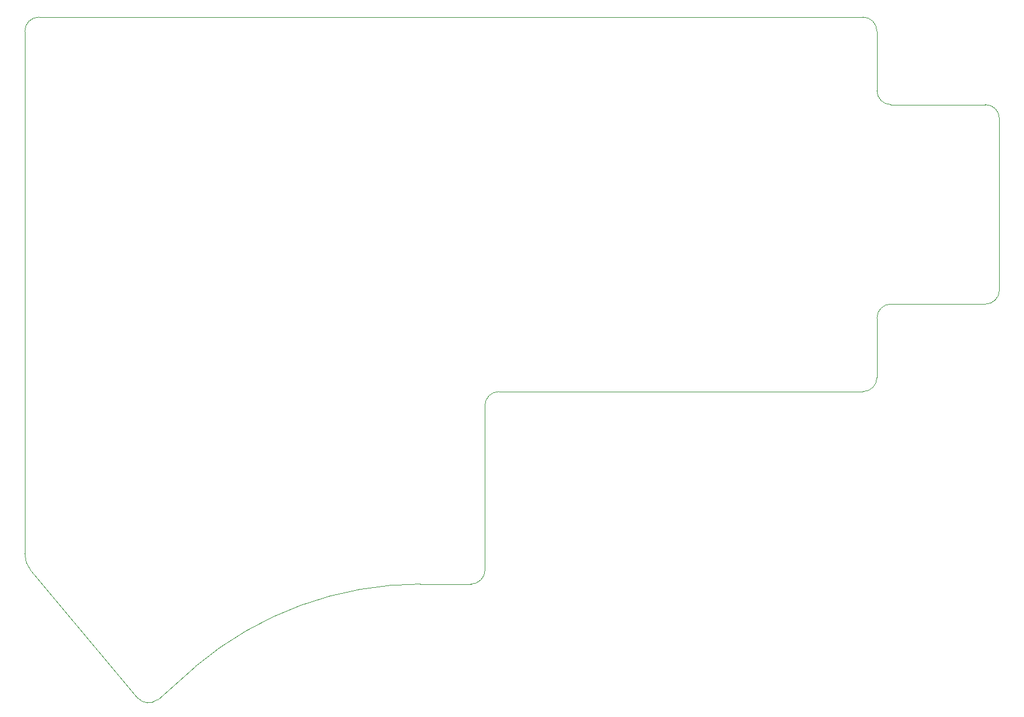
<source format=gbr>
%TF.GenerationSoftware,KiCad,Pcbnew,(6.0.7-1)-1*%
%TF.CreationDate,2022-09-19T22:00:21-07:00*%
%TF.ProjectId,karn-right,6b61726e-2d72-4696-9768-742e6b696361,rev?*%
%TF.SameCoordinates,Original*%
%TF.FileFunction,Profile,NP*%
%FSLAX46Y46*%
G04 Gerber Fmt 4.6, Leading zero omitted, Abs format (unit mm)*
G04 Created by KiCad (PCBNEW (6.0.7-1)-1) date 2022-09-19 22:00:21*
%MOMM*%
%LPD*%
G01*
G04 APERTURE LIST*
%TA.AperFunction,Profile*%
%ADD10C,0.100000*%
%TD*%
G04 APERTURE END LIST*
D10*
X193250000Y-45250000D02*
X193250000Y-69750000D01*
X191250000Y-71750000D02*
G75*
G03*
X193250000Y-69750000I0J2000000D01*
G01*
X177750000Y-71750000D02*
G75*
G03*
X175750000Y-73750000I0J-2000000D01*
G01*
X119750000Y-86250000D02*
X119750000Y-109750000D01*
X175750000Y-32750000D02*
X175750000Y-41250000D01*
X117750000Y-111750000D02*
X110500000Y-111750000D01*
X173750000Y-84250000D02*
G75*
G03*
X175750000Y-82250000I0J2000000D01*
G01*
X175750000Y-41250000D02*
G75*
G03*
X177750000Y-43250000I2000000J0D01*
G01*
X117750000Y-111750000D02*
G75*
G03*
X119750000Y-109750000I0J2000000D01*
G01*
X193250000Y-45250000D02*
G75*
G03*
X191250000Y-43250000I-2000000J0D01*
G01*
X191250000Y-71750000D02*
X177750000Y-71750000D01*
X110500000Y-111750000D02*
G75*
G03*
X78400222Y-123510683I100227J-49960701D01*
G01*
X121750000Y-84250000D02*
G75*
G03*
X119750000Y-86250000I0J-2000000D01*
G01*
X173750000Y-84250000D02*
X121750000Y-84250000D01*
X70137398Y-128013064D02*
G75*
G03*
X72955062Y-128259578I1532089J1285578D01*
G01*
X78400222Y-123510683D02*
X72955062Y-128259578D01*
X70137398Y-128013064D02*
X54900001Y-109870596D01*
X53994876Y-107370597D02*
X54010000Y-32750000D01*
X56010000Y-30750000D02*
X173750000Y-30750000D01*
X177750000Y-43250000D02*
X191250000Y-43250000D01*
X175750000Y-32750000D02*
G75*
G03*
X173750000Y-30750000I-2000000J0D01*
G01*
X175750000Y-73750000D02*
X175750000Y-82250000D01*
X56010000Y-30750000D02*
G75*
G03*
X54010000Y-32750000I0J-2000000D01*
G01*
X53994878Y-107370597D02*
G75*
G03*
X54900001Y-109870596I3905122J-3D01*
G01*
M02*

</source>
